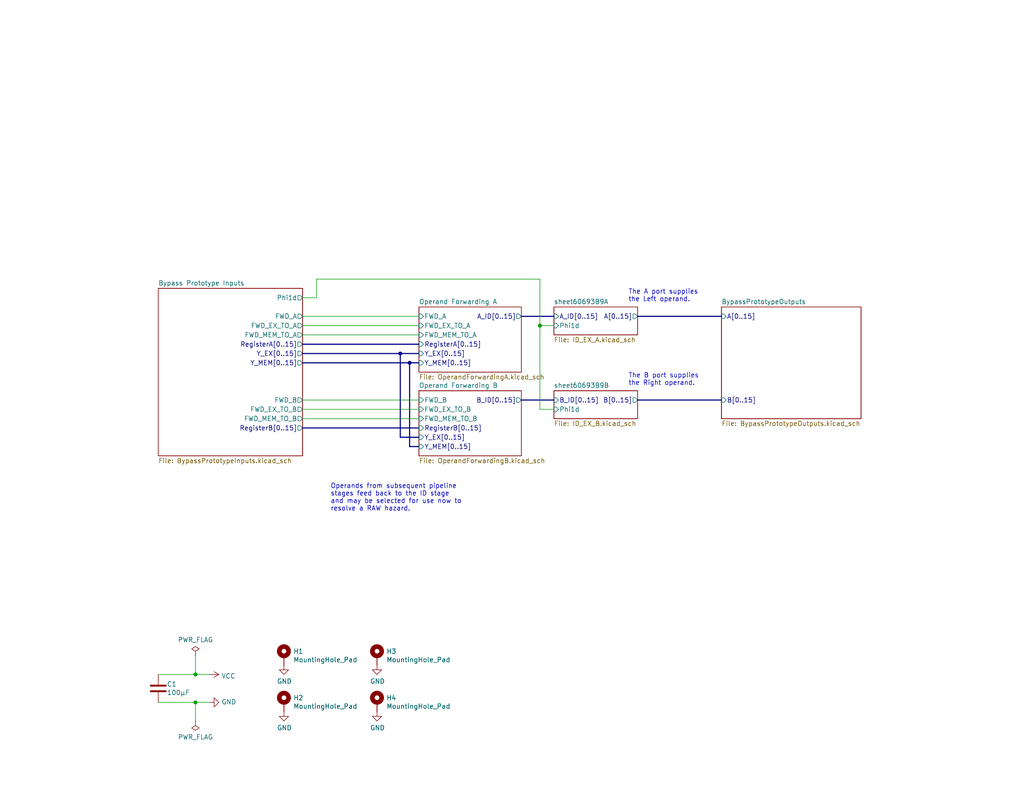
<source format=kicad_sch>
(kicad_sch (version 20250114) (generator "eeschema") (generator_version "9.0")
  (paper "USLetter")
  (title_block (title "Turtle16: Bypass") (date "2022-04-13") (rev "A") (comment 4 "The bypass unit takes results from subsequent stages and feeds them back into EX."))
  (lib_symbols
    (symbol "Device:C" (pin_numbers (hide yes)) (pin_names (offset 0.254))
      (property "Reference" "C" (at 0.635 2.54 0))
      (property "Value" "C" (at 0.635 -2.54 0))
      (symbol "C_0_1"
        (polyline (pts (xy -2.032 0.762) (xy 2.032 0.762)) (stroke (width 0.508)))
        (polyline (pts (xy -2.032 -0.762) (xy 2.032 -0.762)) (stroke (width 0.508)))
      )
      (symbol "C_1_1"
        (pin passive line (at 0 3.81 270) (length 2.794) (name "~") (number "1"))
        (pin passive line (at 0 -3.81 90) (length 2.794) (name "~") (number "2"))
      )
    )
    (symbol "Mechanical:MountingHole_Pad" (pin_numbers (hide yes)) (pin_names (offset 1.016) (hide yes))
      (property "Reference" "H" (at 0 6.35 0))
      (property "Value" "MountingHole_Pad" (at 0 4.445 0))
      (symbol "MountingHole_Pad_0_1"
        (circle (center 0 1.27) (radius 1.27) (stroke (width 1.27)))
      )
      (symbol "MountingHole_Pad_1_1"
        (pin input line (at 0 -2.54 90) (length 2.54) (name "1") (number "1"))
      )
    )
    (symbol "power:GND" (power) (pin_names (offset 0))
      (property "Value" "GND" (at 0 -3.81 0))
      (symbol "GND_0_1"
        (polyline (pts (xy 0 0) (xy 0 -1.27) (xy 1.27 -1.27) (xy 0 -2.54) (xy -1.27 -1.27) (xy 0 -1.27)))
      )
      (symbol "GND_1_1"
        (pin power_in line (at 0 0 270) (length 0) (hide yes) (name "GND") (number "1"))
      )
    )
    (symbol "power:PWR_FLAG" (power) (pin_numbers (hide yes)) (pin_names (offset 0) (hide yes))
      (property "Value" "PWR_FLAG" (at 0 3.81 0))
      (symbol "PWR_FLAG_0_0"
        (pin power_out line (at 0 0 90) (length 0) (name "pwr") (number "1"))
      )
      (symbol "PWR_FLAG_0_1"
        (polyline (pts (xy 0 0) (xy 0 1.27) (xy -1.016 1.905) (xy 0 2.54) (xy 1.016 1.905) (xy 0 1.27)))
      )
    )
    (symbol "power:VCC" (power) (pin_names (offset 0))
      (property "Value" "VCC" (at 0 3.81 0))
      (symbol "VCC_0_1"
        (polyline (pts (xy -0.762 1.27) (xy 0 2.54)))
        (polyline (pts (xy 0 2.54) (xy 0.762 1.27)))
        (polyline (pts (xy 0 0) (xy 0 2.54)))
      )
      (symbol "VCC_1_1"
        (pin power_in line (at 0 0 90) (length 0) (hide yes) (name "VCC") (number "1"))
      )
    )
  )
  (text "Operands from subsequent pipeline\nstages feed back to the ID stage\nand may be selected for use now to\nresolve a RAW hazard." (at 90.17 139.7 0) (effects (font (size 1.27 1.27)) (justify left bottom)))
  (text "The B port supplies\nthe Right operand." (at 171.45 105.41 0) (effects (font (size 1.27 1.27)) (justify left bottom)))
  (text "The A port supplies\nthe Left operand." (at 171.45 82.55 0) (effects (font (size 1.27 1.27)) (justify left bottom)))
  (junction (at 53.34 191.77))
  (junction (at 147.32 88.9))
  (junction (at 53.34 184.15))
  (junction (at 111.76 99.06))
  (junction (at 109.22 96.52))
  (bus (pts (xy 82.55 93.98) (xy 114.3 93.98)))
  (bus (pts (xy 151.13 109.22) (xy 142.24 109.22)))
  (wire (pts (xy 43.18 191.77) (xy 53.34 191.77)))
  (wire (pts (xy 82.55 114.3) (xy 114.3 114.3)))
  (wire (pts (xy 82.55 109.22) (xy 114.3 109.22)))
  (wire (pts (xy 82.55 88.9) (xy 114.3 88.9)))
  (wire (pts (xy 114.3 111.76) (xy 82.55 111.76)))
  (bus (pts (xy 196.85 86.36) (xy 173.99 86.36)))
  (bus (pts (xy 111.76 121.92) (xy 114.3 121.92)))
  (bus (pts (xy 114.3 119.38) (xy 109.22 119.38)))
  (bus (pts (xy 82.55 116.84) (xy 114.3 116.84)))
  (wire (pts (xy 57.15 184.15) (xy 53.34 184.15)))
  (wire (pts (xy 147.32 88.9) (xy 151.13 88.9)))
  (wire (pts (xy 86.36 76.2) (xy 86.36 81.28)))
  (bus (pts (xy 82.55 96.52) (xy 109.22 96.52)))
  (wire (pts (xy 86.36 81.28) (xy 82.55 81.28)))
  (wire (pts (xy 147.32 76.2) (xy 86.36 76.2)))
  (bus (pts (xy 109.22 119.38) (xy 109.22 96.52)))
  (wire (pts (xy 53.34 179.07) (xy 53.34 184.15)))
  (bus (pts (xy 82.55 99.06) (xy 111.76 99.06)))
  (bus (pts (xy 111.76 99.06) (xy 111.76 121.92)))
  (bus (pts (xy 151.13 86.36) (xy 142.24 86.36)))
  (wire (pts (xy 53.34 196.85) (xy 53.34 191.77)))
  (bus (pts (xy 196.85 109.22) (xy 173.99 109.22)))
  (wire (pts (xy 147.32 88.9) (xy 147.32 76.2)))
  (bus (pts (xy 111.76 99.06) (xy 114.3 99.06)))
  (wire (pts (xy 151.13 111.76) (xy 147.32 111.76)))
  (wire (pts (xy 147.32 111.76) (xy 147.32 88.9)))
  (wire (pts (xy 53.34 191.77) (xy 57.15 191.77)))
  (wire (pts (xy 43.18 184.15) (xy 53.34 184.15)))
  (wire (pts (xy 82.55 86.36) (xy 114.3 86.36)))
  (bus (pts (xy 109.22 96.52) (xy 114.3 96.52)))
  (wire (pts (xy 82.55 91.44) (xy 114.3 91.44)))
  (symbol (lib_id "Mechanical:MountingHole_Pad") (at 77.47 179.07 0) (unit 1)
    (property "Reference" "H1" (at 80.01 177.8254 0) (effects (justify left)))
    (property "Value" "MountingHole_Pad" (at 80.01 180.1368 0) (effects (justify left)))
    (property "Footprint" "MountingHole:MountingHole_3.2mm_M3_Pad" (effects (hide yes)))
  )
  (symbol (lib_id "Mechanical:MountingHole_Pad") (at 102.87 179.07 0) (unit 1)
    (property "Reference" "H3" (at 105.41 177.8254 0) (effects (justify left)))
    (property "Value" "MountingHole_Pad" (at 105.41 180.1368 0) (effects (justify left)))
    (property "Footprint" "MountingHole:MountingHole_3.2mm_M3_Pad" (effects (hide yes)))
  )
  (symbol (lib_id "power:GND") (at 77.47 181.61 0) (unit 1)
    (property "Reference" "#PWR03" (effects (hide yes)))
    (property "Value" "GND" (at 77.597 186.0042 0))
  )
  (symbol (lib_id "power:GND") (at 102.87 181.61 0) (unit 1)
    (property "Reference" "#PWR05" (effects (hide yes)))
    (property "Value" "GND" (at 102.997 186.0042 0))
  )
  (symbol (lib_id "Mechanical:MountingHole_Pad") (at 77.47 191.77 0) (unit 1)
    (property "Reference" "H2" (at 80.01 190.5254 0) (effects (justify left)))
    (property "Value" "MountingHole_Pad" (at 80.01 192.8368 0) (effects (justify left)))
    (property "Footprint" "MountingHole:MountingHole_3.2mm_M3_Pad" (effects (hide yes)))
  )
  (symbol (lib_id "Mechanical:MountingHole_Pad") (at 102.87 191.77 0) (unit 1)
    (property "Reference" "H4" (at 105.41 190.5254 0) (effects (justify left)))
    (property "Value" "MountingHole_Pad" (at 105.41 192.8368 0) (effects (justify left)))
    (property "Footprint" "MountingHole:MountingHole_3.2mm_M3_Pad" (effects (hide yes)))
  )
  (symbol (lib_id "power:GND") (at 77.47 194.31 0) (unit 1)
    (property "Reference" "#PWR04" (effects (hide yes)))
    (property "Value" "GND" (at 77.597 198.7042 0))
  )
  (symbol (lib_id "power:GND") (at 102.87 194.31 0) (unit 1)
    (property "Reference" "#PWR06" (effects (hide yes)))
    (property "Value" "GND" (at 102.997 198.7042 0))
  )
  (symbol (lib_id "power:VCC") (at 57.15 184.15 270) (unit 1)
    (property "Reference" "#PWR01" (effects (hide yes)))
    (property "Value" "VCC" (at 60.4012 184.5818 90) (effects (justify left)))
  )
  (symbol (lib_id "power:GND") (at 57.15 191.77 90) (unit 1)
    (property "Reference" "#PWR02" (effects (hide yes)))
    (property "Value" "GND" (at 60.4012 191.643 90) (effects (justify right)))
  )
  (symbol (lib_id "Device:C") (at 43.18 187.96 0) (unit 1)
    (property "Reference" "C1" (at 45.5168 186.7916 0) (effects (justify left)))
    (property "Value" "100µF" (at 45.5168 189.103 0) (effects (justify left)))
    (property "Footprint" "Capacitor_SMD:C_1206_3216Metric_Pad1.33x1.80mm_HandSolder" (effects (hide yes)))
    (property "Mouser" "https://www.mouser.com/ProductDetail/963-AMK316ABJ107ML-T" (effects (hide yes)))
  )
  (symbol (lib_id "power:PWR_FLAG") (at 53.34 196.85 180) (unit 1)
    (property "Reference" "#FLG02" (effects (hide yes)))
    (property "Value" "PWR_FLAG" (at 53.34 201.2442 0))
  )
  (symbol (lib_id "power:PWR_FLAG") (at 53.34 179.07 0) (unit 1)
    (property "Reference" "#FLG01" (effects (hide yes)))
    (property "Value" "PWR_FLAG" (at 53.34 174.6758 0))
  )
  (sheet (at 196.85 83.82) (size 38.1 30.48) (stroke (width 0.1524))
    (property "Sheetname" "BypassPrototypeOutputs" (at 196.85 83.1084 0) (effects (justify left bottom)))
    (property "Sheetfile" "BypassPrototypeOutputs.kicad_sch" (at 196.85 114.8846 0) (effects (justify left top)))
    (pin "B[0..15]" input (at 196.85 109.22 180))
    (pin "A[0..15]" input (at 196.85 86.36 180))
  )
  (sheet (at 114.3 106.68) (size 27.94 17.78)
    (property "Sheetname" "Operand Forwarding B" (at 114.3 105.9684 0) (effects (justify left bottom)))
    (property "Sheetfile" "OperandForwardingB.kicad_sch" (at 114.3 125.0446 0) (effects (justify left top)))
    (pin "FWD_B" input (at 114.3 109.22 180))
    (pin "B_ID[0..15]" output (at 142.24 109.22 0))
    (pin "RegisterB[0..15]" input (at 114.3 116.84 180))
    (pin "Y_EX[0..15]" input (at 114.3 119.38 180))
    (pin "Y_MEM[0..15]" input (at 114.3 121.92 180))
    (pin "FWD_EX_TO_B" input (at 114.3 111.76 180))
    (pin "FWD_MEM_TO_B" input (at 114.3 114.3 180))
  )
  (sheet (at 43.18 78.74) (size 39.37 45.72) (stroke (width 0.1524))
    (property "Sheetname" "Bypass Prototype Inputs" (at 43.18 78.0284 0) (effects (justify left bottom)))
    (property "Sheetfile" "BypassPrototypeInputs.kicad_sch" (at 43.18 125.0446 0) (effects (justify left top)))
    (pin "FWD_MEM_TO_B" output (at 82.55 114.3 0))
    (pin "FWD_A" output (at 82.55 86.36 0))
    (pin "FWD_MEM_TO_A" output (at 82.55 91.44 0))
    (pin "FWD_B" output (at 82.55 109.22 0))
    (pin "FWD_EX_TO_A" output (at 82.55 88.9 0))
    (pin "FWD_EX_TO_B" output (at 82.55 111.76 0))
    (pin "RegisterA[0..15]" output (at 82.55 93.98 0))
    (pin "Y_EX[0..15]" output (at 82.55 96.52 0))
    (pin "Y_MEM[0..15]" output (at 82.55 99.06 0))
    (pin "RegisterB[0..15]" output (at 82.55 116.84 0))
    (pin "Phi1d" output (at 82.55 81.28 0))
  )
  (sheet (at 114.3 83.82) (size 27.94 17.78)
    (property "Sheetname" "Operand Forwarding A" (at 114.3 83.1084 0) (effects (justify left bottom)))
    (property "Sheetfile" "OperandForwardingA.kicad_sch" (at 114.3 102.1846 0) (effects (justify left top)))
    (pin "FWD_A" input (at 114.3 86.36 180))
    (pin "A_ID[0..15]" output (at 142.24 86.36 0))
    (pin "RegisterA[0..15]" input (at 114.3 93.98 180))
    (pin "Y_EX[0..15]" input (at 114.3 96.52 180))
    (pin "Y_MEM[0..15]" input (at 114.3 99.06 180))
    (pin "FWD_EX_TO_A" input (at 114.3 88.9 180))
    (pin "FWD_MEM_TO_A" input (at 114.3 91.44 180))
  )
  (sheet (at 151.13 83.82) (size 22.86 7.62)
    (property "Sheetname" "sheet60693B9A" (at 151.13 83.1084 0) (effects (justify left bottom)))
    (property "Sheetfile" "ID_EX_A.kicad_sch" (at 151.13 92.0246 0) (effects (justify left top)))
    (pin "A_ID[0..15]" input (at 151.13 86.36 180))
    (pin "A[0..15]" output (at 173.99 86.36 0))
    (pin "Phi1d" input (at 151.13 88.9 180))
  )
  (sheet (at 151.13 106.68) (size 22.86 7.62)
    (property "Sheetname" "sheet60693B9B" (at 151.13 105.9684 0) (effects (justify left bottom)))
    (property "Sheetfile" "ID_EX_B.kicad_sch" (at 151.13 114.8846 0) (effects (justify left top)))
    (pin "B_ID[0..15]" input (at 151.13 109.22 180))
    (pin "B[0..15]" output (at 173.99 109.22 0))
    (pin "Phi1d" input (at 151.13 111.76 180))
  )
)
</source>
